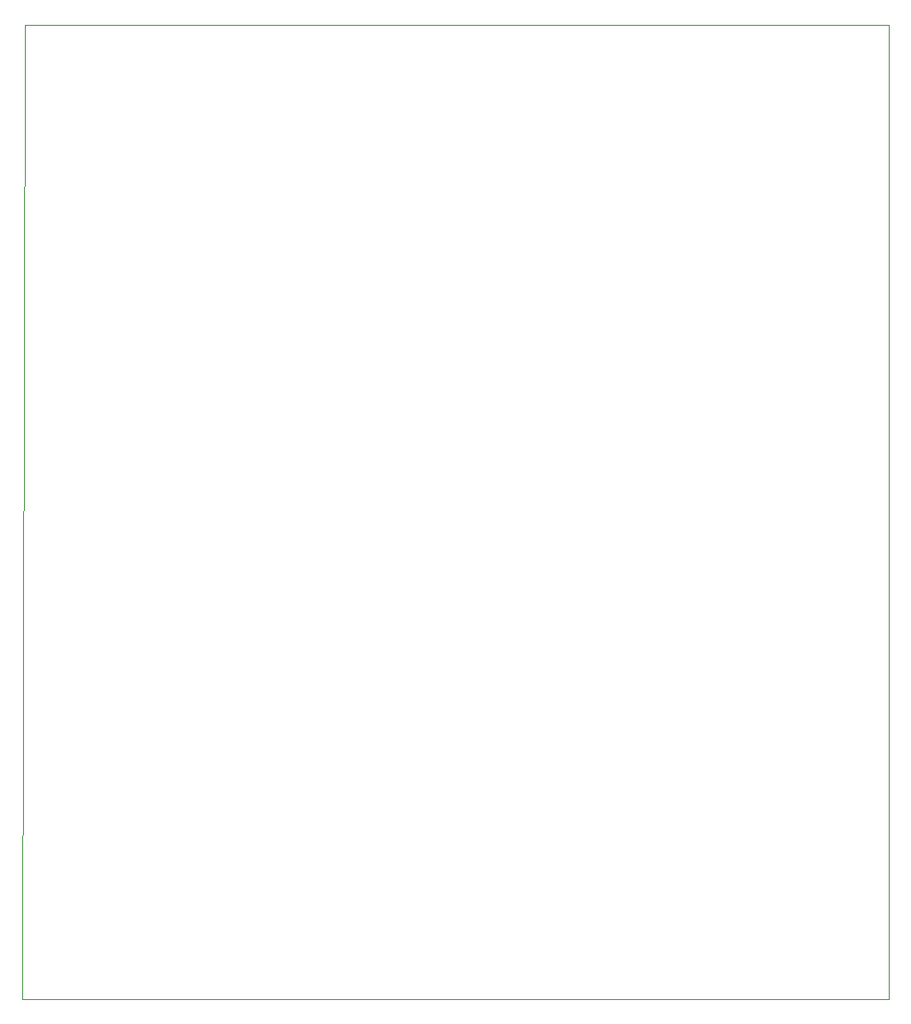
<source format=gbr>
%TF.GenerationSoftware,KiCad,Pcbnew,7.0.6-7.0.6~ubuntu20.04.1*%
%TF.CreationDate,2023-08-31T23:31:17+07:00*%
%TF.ProjectId,qpix,71706978-2e6b-4696-9361-645f70636258,rev?*%
%TF.SameCoordinates,Original*%
%TF.FileFunction,Profile,NP*%
%FSLAX46Y46*%
G04 Gerber Fmt 4.6, Leading zero omitted, Abs format (unit mm)*
G04 Created by KiCad (PCBNEW 7.0.6-7.0.6~ubuntu20.04.1) date 2023-08-31 23:31:17*
%MOMM*%
%LPD*%
G01*
G04 APERTURE LIST*
%TA.AperFunction,Profile*%
%ADD10C,0.100000*%
%TD*%
G04 APERTURE END LIST*
D10*
X177810000Y-49420000D02*
X177800000Y-142240000D01*
X177800000Y-142240000D02*
X95250000Y-142240000D01*
X95530000Y-49470000D02*
X177810000Y-49420000D01*
X95250000Y-142240000D02*
X95530000Y-49470000D01*
M02*

</source>
